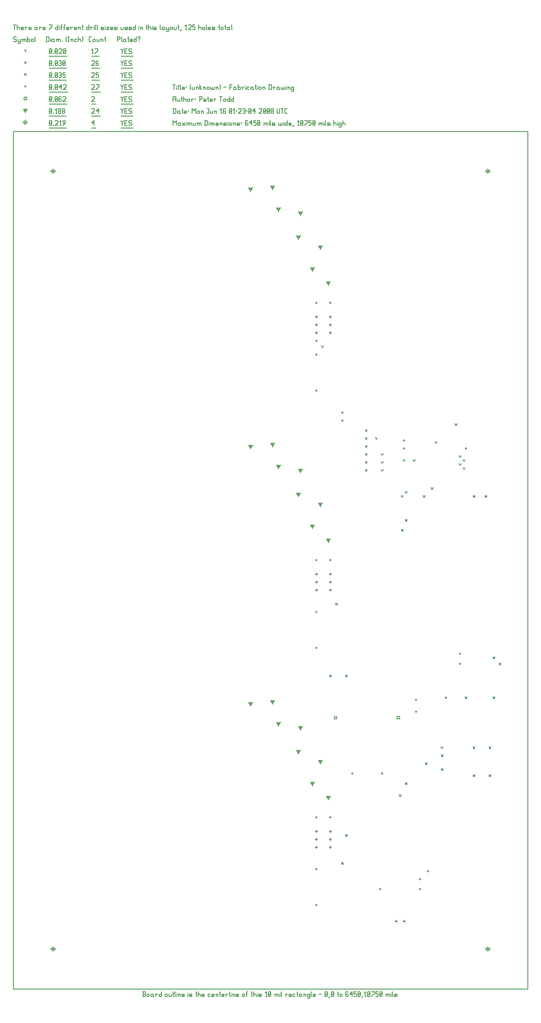
<source format=gbr>
G04 start of page 10 for group -3984 idx -3984
G04 Title: (unknown), fab *
G04 Creator: pcb-bin 20060822 *
G04 CreationDate: Mon Jun 16 01:23:04 2008 UTC *
G04 For: pete *
G04 Format: Gerber/RS-274X *
G04 PCB-Dimensions: 645000 1075000 *
G04 PCB-Coordinate-Origin: lower left *
%MOIN*%
%FSLAX24Y24*%
%LNFAB*%
%ADD11R,0.0080X0.0080*%
%ADD12C,0.0100*%
G54D11*X5000Y102820D02*Y102180D01*
X4680Y102500D02*X5320D01*
X4840Y102660D02*X5160D01*
X4840D02*Y102340D01*
X5160D01*
Y102660D02*Y102340D01*
X59500Y102820D02*Y102180D01*
X59180Y102500D02*X59820D01*
X59340Y102660D02*X59660D01*
X59340D02*Y102340D01*
X59660D01*
Y102660D02*Y102340D01*
X5000Y5320D02*Y4680D01*
X4680Y5000D02*X5320D01*
X4840Y5160D02*X5160D01*
X4840D02*Y4840D01*
X5160D01*
Y5160D02*Y4840D01*
X59500Y5320D02*Y4680D01*
X59180Y5000D02*X59820D01*
X59340Y5160D02*X59660D01*
X59340D02*Y4840D01*
X59660D01*
Y5160D02*Y4840D01*
X1500Y108945D02*Y108305D01*
X1180Y108625D02*X1820D01*
X1340Y108785D02*X1660D01*
X1340D02*Y108465D01*
X1660D01*
Y108785D02*Y108465D01*
G54D12*X13500Y108850D02*Y108775D01*
X13650Y108625D01*
X13800Y108775D01*
Y108850D02*Y108775D01*
X13650Y108625D02*Y108250D01*
X13980Y108550D02*X14205D01*
X13980Y108250D02*X14280D01*
X13980Y108850D02*Y108250D01*
Y108850D02*X14280D01*
X14760D02*X14835Y108775D01*
X14535Y108850D02*X14760D01*
X14460Y108775D02*X14535Y108850D01*
X14460Y108775D02*Y108625D01*
X14535Y108550D01*
X14760D01*
X14835Y108475D01*
Y108325D01*
X14760Y108250D02*X14835Y108325D01*
X14535Y108250D02*X14760D01*
X14460Y108325D02*X14535Y108250D01*
X13500Y107924D02*X15015D01*
X9800Y108550D02*X10100Y108850D01*
X9800Y108550D02*X10175D01*
X10100Y108850D02*Y108250D01*
X9800Y107924D02*X10355D01*
X4500Y108325D02*X4575Y108250D01*
X4500Y108775D02*Y108325D01*
Y108775D02*X4575Y108850D01*
X4725D01*
X4800Y108775D01*
Y108325D01*
X4725Y108250D02*X4800Y108325D01*
X4575Y108250D02*X4725D01*
X4500Y108400D02*X4800Y108700D01*
X4980Y108250D02*X5055D01*
X5235Y108775D02*X5310Y108850D01*
X5535D01*
X5610Y108775D01*
Y108625D01*
X5235Y108250D02*X5610Y108625D01*
X5235Y108250D02*X5610D01*
X5865D02*X6015D01*
X5940Y108850D02*Y108250D01*
X5790Y108700D02*X5940Y108850D01*
X6195Y108250D02*X6495Y108550D01*
Y108775D02*Y108550D01*
X6420Y108850D02*X6495Y108775D01*
X6270Y108850D02*X6420D01*
X6195Y108775D02*X6270Y108850D01*
X6195Y108775D02*Y108625D01*
X6270Y108550D01*
X6495D01*
X4500Y107924D02*X6675D01*
X39500Y88500D02*Y88180D01*
Y88500D02*X39777Y88660D01*
X39500Y88500D02*X39222Y88660D01*
X39340Y88500D02*G75*G03X39660Y88500I160J0D01*G01*
G75*G03X39340Y88500I-160J0D01*G01*
X37500Y90250D02*Y89930D01*
Y90250D02*X37777Y90410D01*
X37500Y90250D02*X37222Y90410D01*
X37340Y90250D02*G75*G03X37660Y90250I160J0D01*G01*
G75*G03X37340Y90250I-160J0D01*G01*
X36000Y97250D02*Y96930D01*
Y97250D02*X36277Y97410D01*
X36000Y97250D02*X35722Y97410D01*
X35840Y97250D02*G75*G03X36160Y97250I160J0D01*G01*
G75*G03X35840Y97250I-160J0D01*G01*
X38500Y93000D02*Y92680D01*
Y93000D02*X38777Y93160D01*
X38500Y93000D02*X38222Y93160D01*
X38340Y93000D02*G75*G03X38660Y93000I160J0D01*G01*
G75*G03X38340Y93000I-160J0D01*G01*
X33250Y97750D02*Y97430D01*
Y97750D02*X33527Y97910D01*
X33250Y97750D02*X32972Y97910D01*
X33090Y97750D02*G75*G03X33410Y97750I160J0D01*G01*
G75*G03X33090Y97750I-160J0D01*G01*
X32500Y100500D02*Y100180D01*
Y100500D02*X32777Y100660D01*
X32500Y100500D02*X32222Y100660D01*
X32340Y100500D02*G75*G03X32660Y100500I160J0D01*G01*
G75*G03X32340Y100500I-160J0D01*G01*
X29750Y100250D02*Y99930D01*
Y100250D02*X30027Y100410D01*
X29750Y100250D02*X29472Y100410D01*
X29590Y100250D02*G75*G03X29910Y100250I160J0D01*G01*
G75*G03X29590Y100250I-160J0D01*G01*
X35750Y94250D02*Y93930D01*
Y94250D02*X36027Y94410D01*
X35750Y94250D02*X35472Y94410D01*
X35590Y94250D02*G75*G03X35910Y94250I160J0D01*G01*
G75*G03X35590Y94250I-160J0D01*G01*
X39500Y56250D02*Y55930D01*
Y56250D02*X39777Y56410D01*
X39500Y56250D02*X39222Y56410D01*
X39340Y56250D02*G75*G03X39660Y56250I160J0D01*G01*
G75*G03X39340Y56250I-160J0D01*G01*
X37500Y58000D02*Y57680D01*
Y58000D02*X37777Y58160D01*
X37500Y58000D02*X37222Y58160D01*
X37340Y58000D02*G75*G03X37660Y58000I160J0D01*G01*
G75*G03X37340Y58000I-160J0D01*G01*
X36000Y65000D02*Y64680D01*
Y65000D02*X36277Y65160D01*
X36000Y65000D02*X35722Y65160D01*
X35840Y65000D02*G75*G03X36160Y65000I160J0D01*G01*
G75*G03X35840Y65000I-160J0D01*G01*
X38500Y60750D02*Y60430D01*
Y60750D02*X38777Y60910D01*
X38500Y60750D02*X38222Y60910D01*
X38340Y60750D02*G75*G03X38660Y60750I160J0D01*G01*
G75*G03X38340Y60750I-160J0D01*G01*
X33250Y65500D02*Y65180D01*
Y65500D02*X33527Y65660D01*
X33250Y65500D02*X32972Y65660D01*
X33090Y65500D02*G75*G03X33410Y65500I160J0D01*G01*
G75*G03X33090Y65500I-160J0D01*G01*
X32500Y68250D02*Y67930D01*
Y68250D02*X32777Y68410D01*
X32500Y68250D02*X32222Y68410D01*
X32340Y68250D02*G75*G03X32660Y68250I160J0D01*G01*
G75*G03X32340Y68250I-160J0D01*G01*
X29750Y68000D02*Y67680D01*
Y68000D02*X30027Y68160D01*
X29750Y68000D02*X29472Y68160D01*
X29590Y68000D02*G75*G03X29910Y68000I160J0D01*G01*
G75*G03X29590Y68000I-160J0D01*G01*
X35750Y62000D02*Y61680D01*
Y62000D02*X36027Y62160D01*
X35750Y62000D02*X35472Y62160D01*
X35590Y62000D02*G75*G03X35910Y62000I160J0D01*G01*
G75*G03X35590Y62000I-160J0D01*G01*
X39500Y24000D02*Y23680D01*
Y24000D02*X39777Y24160D01*
X39500Y24000D02*X39222Y24160D01*
X39340Y24000D02*G75*G03X39660Y24000I160J0D01*G01*
G75*G03X39340Y24000I-160J0D01*G01*
X37500Y25750D02*Y25430D01*
Y25750D02*X37777Y25910D01*
X37500Y25750D02*X37222Y25910D01*
X37340Y25750D02*G75*G03X37660Y25750I160J0D01*G01*
G75*G03X37340Y25750I-160J0D01*G01*
X36000Y32750D02*Y32430D01*
Y32750D02*X36277Y32910D01*
X36000Y32750D02*X35722Y32910D01*
X35840Y32750D02*G75*G03X36160Y32750I160J0D01*G01*
G75*G03X35840Y32750I-160J0D01*G01*
X38500Y28500D02*Y28180D01*
Y28500D02*X38777Y28660D01*
X38500Y28500D02*X38222Y28660D01*
X38340Y28500D02*G75*G03X38660Y28500I160J0D01*G01*
G75*G03X38340Y28500I-160J0D01*G01*
X33250Y33250D02*Y32930D01*
Y33250D02*X33527Y33410D01*
X33250Y33250D02*X32972Y33410D01*
X33090Y33250D02*G75*G03X33410Y33250I160J0D01*G01*
G75*G03X33090Y33250I-160J0D01*G01*
X32500Y36000D02*Y35680D01*
Y36000D02*X32777Y36160D01*
X32500Y36000D02*X32222Y36160D01*
X32340Y36000D02*G75*G03X32660Y36000I160J0D01*G01*
G75*G03X32340Y36000I-160J0D01*G01*
X29750Y35750D02*Y35430D01*
Y35750D02*X30027Y35910D01*
X29750Y35750D02*X29472Y35910D01*
X29590Y35750D02*G75*G03X29910Y35750I160J0D01*G01*
G75*G03X29590Y35750I-160J0D01*G01*
X35750Y29750D02*Y29430D01*
Y29750D02*X36027Y29910D01*
X35750Y29750D02*X35472Y29910D01*
X35590Y29750D02*G75*G03X35910Y29750I160J0D01*G01*
G75*G03X35590Y29750I-160J0D01*G01*
X1500Y110125D02*Y109805D01*
Y110125D02*X1777Y110285D01*
X1500Y110125D02*X1222Y110285D01*
X1340Y110125D02*G75*G03X1660Y110125I160J0D01*G01*
G75*G03X1340Y110125I-160J0D01*G01*
X13500Y110350D02*Y110275D01*
X13650Y110125D01*
X13800Y110275D01*
Y110350D02*Y110275D01*
X13650Y110125D02*Y109750D01*
X13980Y110050D02*X14205D01*
X13980Y109750D02*X14280D01*
X13980Y110350D02*Y109750D01*
Y110350D02*X14280D01*
X14760D02*X14835Y110275D01*
X14535Y110350D02*X14760D01*
X14460Y110275D02*X14535Y110350D01*
X14460Y110275D02*Y110125D01*
X14535Y110050D01*
X14760D01*
X14835Y109975D01*
Y109825D01*
X14760Y109750D02*X14835Y109825D01*
X14535Y109750D02*X14760D01*
X14460Y109825D02*X14535Y109750D01*
X13500Y109424D02*X15015D01*
X9800Y110275D02*X9875Y110350D01*
X10100D01*
X10175Y110275D01*
Y110125D01*
X9800Y109750D02*X10175Y110125D01*
X9800Y109750D02*X10175D01*
X10355Y110050D02*X10655Y110350D01*
X10355Y110050D02*X10730D01*
X10655Y110350D02*Y109750D01*
X9800Y109424D02*X10910D01*
X4500Y109825D02*X4575Y109750D01*
X4500Y110275D02*Y109825D01*
Y110275D02*X4575Y110350D01*
X4725D01*
X4800Y110275D01*
Y109825D01*
X4725Y109750D02*X4800Y109825D01*
X4575Y109750D02*X4725D01*
X4500Y109900D02*X4800Y110200D01*
X4980Y109750D02*X5055D01*
X5310D02*X5460D01*
X5385Y110350D02*Y109750D01*
X5235Y110200D02*X5385Y110350D01*
X5640Y109825D02*X5715Y109750D01*
X5640Y109975D02*Y109825D01*
Y109975D02*X5715Y110050D01*
X5865D01*
X5940Y109975D01*
Y109825D01*
X5865Y109750D02*X5940Y109825D01*
X5715Y109750D02*X5865D01*
X5640Y110125D02*X5715Y110050D01*
X5640Y110275D02*Y110125D01*
Y110275D02*X5715Y110350D01*
X5865D01*
X5940Y110275D01*
Y110125D01*
X5865Y110050D02*X5940Y110125D01*
X6120Y109825D02*X6195Y109750D01*
X6120Y109975D02*Y109825D01*
Y109975D02*X6195Y110050D01*
X6345D01*
X6420Y109975D01*
Y109825D01*
X6345Y109750D02*X6420Y109825D01*
X6195Y109750D02*X6345D01*
X6120Y110125D02*X6195Y110050D01*
X6120Y110275D02*Y110125D01*
Y110275D02*X6195Y110350D01*
X6345D01*
X6420Y110275D01*
Y110125D01*
X6345Y110050D02*X6420Y110125D01*
X4500Y109424D02*X6600D01*
X40227Y34160D02*X40547D01*
X40227D02*Y33840D01*
X40547D01*
Y34160D02*Y33840D01*
X48101Y34160D02*X48421D01*
X48101D02*Y33840D01*
X48421D01*
Y34160D02*Y33840D01*
X1340Y111785D02*X1660D01*
X1340D02*Y111465D01*
X1660D01*
Y111785D02*Y111465D01*
X13500Y111850D02*Y111775D01*
X13650Y111625D01*
X13800Y111775D01*
Y111850D02*Y111775D01*
X13650Y111625D02*Y111250D01*
X13980Y111550D02*X14205D01*
X13980Y111250D02*X14280D01*
X13980Y111850D02*Y111250D01*
Y111850D02*X14280D01*
X14760D02*X14835Y111775D01*
X14535Y111850D02*X14760D01*
X14460Y111775D02*X14535Y111850D01*
X14460Y111775D02*Y111625D01*
X14535Y111550D01*
X14760D01*
X14835Y111475D01*
Y111325D01*
X14760Y111250D02*X14835Y111325D01*
X14535Y111250D02*X14760D01*
X14460Y111325D02*X14535Y111250D01*
X13500Y110924D02*X15015D01*
X9800Y111775D02*X9875Y111850D01*
X10100D01*
X10175Y111775D01*
Y111625D01*
X9800Y111250D02*X10175Y111625D01*
X9800Y111250D02*X10175D01*
X9800Y110924D02*X10355D01*
X4500Y111325D02*X4575Y111250D01*
X4500Y111775D02*Y111325D01*
Y111775D02*X4575Y111850D01*
X4725D01*
X4800Y111775D01*
Y111325D01*
X4725Y111250D02*X4800Y111325D01*
X4575Y111250D02*X4725D01*
X4500Y111400D02*X4800Y111700D01*
X4980Y111250D02*X5055D01*
X5235Y111325D02*X5310Y111250D01*
X5235Y111775D02*Y111325D01*
Y111775D02*X5310Y111850D01*
X5460D01*
X5535Y111775D01*
Y111325D01*
X5460Y111250D02*X5535Y111325D01*
X5310Y111250D02*X5460D01*
X5235Y111400D02*X5535Y111700D01*
X5940Y111850D02*X6015Y111775D01*
X5790Y111850D02*X5940D01*
X5715Y111775D02*X5790Y111850D01*
X5715Y111775D02*Y111325D01*
X5790Y111250D01*
X5940Y111550D02*X6015Y111475D01*
X5715Y111550D02*X5940D01*
X5790Y111250D02*X5940D01*
X6015Y111325D01*
Y111475D02*Y111325D01*
X6195Y111775D02*X6270Y111850D01*
X6495D01*
X6570Y111775D01*
Y111625D01*
X6195Y111250D02*X6570Y111625D01*
X6195Y111250D02*X6570D01*
X4500Y110924D02*X6750D01*
X55920Y40750D02*G75*G03X56080Y40750I80J0D01*G01*
G75*G03X55920Y40750I-80J0D01*G01*
Y42000D02*G75*G03X56080Y42000I80J0D01*G01*
G75*G03X55920Y42000I-80J0D01*G01*
X50420Y34750D02*G75*G03X50580Y34750I80J0D01*G01*
G75*G03X50420Y34750I-80J0D01*G01*
X37920Y53750D02*G75*G03X38080Y53750I80J0D01*G01*
G75*G03X37920Y53750I-80J0D01*G01*
X56670Y67750D02*G75*G03X56830Y67750I80J0D01*G01*
G75*G03X56670Y67750I-80J0D01*G01*
X48920Y68750D02*G75*G03X49080Y68750I80J0D01*G01*
G75*G03X48920Y68750I-80J0D01*G01*
X37920Y47250D02*G75*G03X38080Y47250I80J0D01*G01*
G75*G03X37920Y47250I-80J0D01*G01*
Y42750D02*G75*G03X38080Y42750I80J0D01*G01*
G75*G03X37920Y42750I-80J0D01*G01*
X51920Y14750D02*G75*G03X52080Y14750I80J0D01*G01*
G75*G03X51920Y14750I-80J0D01*G01*
X42420Y27000D02*G75*G03X42580Y27000I80J0D01*G01*
G75*G03X42420Y27000I-80J0D01*G01*
X39670Y21500D02*G75*G03X39830Y21500I80J0D01*G01*
G75*G03X39670Y21500I-80J0D01*G01*
X48920Y67750D02*G75*G03X49080Y67750I80J0D01*G01*
G75*G03X48920Y67750I-80J0D01*G01*
X54170Y36500D02*G75*G03X54330Y36500I80J0D01*G01*
G75*G03X54170Y36500I-80J0D01*G01*
X37920Y21500D02*G75*G03X38080Y21500I80J0D01*G01*
G75*G03X37920Y21500I-80J0D01*G01*
X39670Y53750D02*G75*G03X39830Y53750I80J0D01*G01*
G75*G03X39670Y53750I-80J0D01*G01*
X37920Y79500D02*G75*G03X38080Y79500I80J0D01*G01*
G75*G03X37920Y79500I-80J0D01*G01*
Y75000D02*G75*G03X38080Y75000I80J0D01*G01*
G75*G03X37920Y75000I-80J0D01*G01*
X50420Y36250D02*G75*G03X50580Y36250I80J0D01*G01*
G75*G03X50420Y36250I-80J0D01*G01*
X37920Y15000D02*G75*G03X38080Y15000I80J0D01*G01*
G75*G03X37920Y15000I-80J0D01*G01*
Y10500D02*G75*G03X38080Y10500I80J0D01*G01*
G75*G03X37920Y10500I-80J0D01*G01*
X46170Y27000D02*G75*G03X46330Y27000I80J0D01*G01*
G75*G03X46170Y27000I-80J0D01*G01*
X39670Y86000D02*G75*G03X39830Y86000I80J0D01*G01*
G75*G03X39670Y86000I-80J0D01*G01*
X50920Y13750D02*G75*G03X51080Y13750I80J0D01*G01*
G75*G03X50920Y13750I-80J0D01*G01*
X37920Y86000D02*G75*G03X38080Y86000I80J0D01*G01*
G75*G03X37920Y86000I-80J0D01*G01*
X48920Y66250D02*G75*G03X49080Y66250I80J0D01*G01*
G75*G03X48920Y66250I-80J0D01*G01*
X45920Y12500D02*G75*G03X46080Y12500I80J0D01*G01*
G75*G03X45920Y12500I-80J0D01*G01*
X50920D02*G75*G03X51080Y12500I80J0D01*G01*
G75*G03X50920Y12500I-80J0D01*G01*
X1420Y113125D02*G75*G03X1580Y113125I80J0D01*G01*
G75*G03X1420Y113125I-80J0D01*G01*
X13500Y113350D02*Y113275D01*
X13650Y113125D01*
X13800Y113275D01*
Y113350D02*Y113275D01*
X13650Y113125D02*Y112750D01*
X13980Y113050D02*X14205D01*
X13980Y112750D02*X14280D01*
X13980Y113350D02*Y112750D01*
Y113350D02*X14280D01*
X14760D02*X14835Y113275D01*
X14535Y113350D02*X14760D01*
X14460Y113275D02*X14535Y113350D01*
X14460Y113275D02*Y113125D01*
X14535Y113050D01*
X14760D01*
X14835Y112975D01*
Y112825D01*
X14760Y112750D02*X14835Y112825D01*
X14535Y112750D02*X14760D01*
X14460Y112825D02*X14535Y112750D01*
X13500Y112424D02*X15015D01*
X9800Y113275D02*X9875Y113350D01*
X10100D01*
X10175Y113275D01*
Y113125D01*
X9800Y112750D02*X10175Y113125D01*
X9800Y112750D02*X10175D01*
X10355D02*X10730Y113125D01*
Y113350D02*Y113125D01*
X10355Y113350D02*X10730D01*
X9800Y112424D02*X10910D01*
X4500Y112825D02*X4575Y112750D01*
X4500Y113275D02*Y112825D01*
Y113275D02*X4575Y113350D01*
X4725D01*
X4800Y113275D01*
Y112825D01*
X4725Y112750D02*X4800Y112825D01*
X4575Y112750D02*X4725D01*
X4500Y112900D02*X4800Y113200D01*
X4980Y112750D02*X5055D01*
X5235Y112825D02*X5310Y112750D01*
X5235Y113275D02*Y112825D01*
Y113275D02*X5310Y113350D01*
X5460D01*
X5535Y113275D01*
Y112825D01*
X5460Y112750D02*X5535Y112825D01*
X5310Y112750D02*X5460D01*
X5235Y112900D02*X5535Y113200D01*
X5715Y113050D02*X6015Y113350D01*
X5715Y113050D02*X6090D01*
X6015Y113350D02*Y112750D01*
X6270Y113275D02*X6345Y113350D01*
X6570D01*
X6645Y113275D01*
Y113125D01*
X6270Y112750D02*X6645Y113125D01*
X6270Y112750D02*X6645D01*
X4500Y112424D02*X6825D01*
X57630Y61870D02*X57870Y61630D01*
X57630D02*X57870Y61870D01*
X59130D02*X59370Y61630D01*
X59130D02*X59370Y61870D01*
X59630Y30370D02*X59870Y30130D01*
X59630D02*X59870Y30370D01*
X57630D02*X57870Y30130D01*
X57630D02*X57870Y30370D01*
X53630Y27620D02*X53870Y27380D01*
X53630D02*X53870Y27620D01*
X53630Y29370D02*X53870Y29130D01*
X53630D02*X53870Y29370D01*
X49130Y25870D02*X49370Y25630D01*
X49130D02*X49370Y25870D01*
X41630Y19370D02*X41870Y19130D01*
X41630D02*X41870Y19370D01*
X48380Y24370D02*X48620Y24130D01*
X48380D02*X48620Y24370D01*
X41130Y15870D02*X41370Y15630D01*
X41130D02*X41370Y15870D01*
X57630Y26870D02*X57870Y26630D01*
X57630D02*X57870Y26870D01*
X59630D02*X59870Y26630D01*
X59630D02*X59870Y26870D01*
X51630Y28370D02*X51870Y28130D01*
X51630D02*X51870Y28370D01*
X55380Y70870D02*X55620Y70630D01*
X55380D02*X55620Y70870D01*
X60130Y41620D02*X60370Y41380D01*
X60130D02*X60370Y41620D01*
X60880Y40870D02*X61120Y40630D01*
X60880D02*X61120Y40870D01*
X56630Y36620D02*X56870Y36380D01*
X56630D02*X56870Y36620D01*
X60130D02*X60370Y36380D01*
X60130D02*X60370Y36620D01*
X40380Y48370D02*X40620Y48130D01*
X40380D02*X40620Y48370D01*
X39630Y39370D02*X39870Y39130D01*
X39630D02*X39870Y39370D01*
X41630D02*X41870Y39130D01*
X41630D02*X41870Y39370D01*
X51380Y61870D02*X51620Y61630D01*
X51380D02*X51620Y61870D01*
X52380Y62870D02*X52620Y62630D01*
X52380D02*X52620Y62870D01*
X48630Y57620D02*X48870Y57380D01*
X48630D02*X48870Y57620D01*
X49130Y58870D02*X49370Y58630D01*
X49130D02*X49370Y58870D01*
X1380Y114745D02*X1620Y114505D01*
X1380D02*X1620Y114745D01*
X13500Y114850D02*Y114775D01*
X13650Y114625D01*
X13800Y114775D01*
Y114850D02*Y114775D01*
X13650Y114625D02*Y114250D01*
X13980Y114550D02*X14205D01*
X13980Y114250D02*X14280D01*
X13980Y114850D02*Y114250D01*
Y114850D02*X14280D01*
X14760D02*X14835Y114775D01*
X14535Y114850D02*X14760D01*
X14460Y114775D02*X14535Y114850D01*
X14460Y114775D02*Y114625D01*
X14535Y114550D01*
X14760D01*
X14835Y114475D01*
Y114325D01*
X14760Y114250D02*X14835Y114325D01*
X14535Y114250D02*X14760D01*
X14460Y114325D02*X14535Y114250D01*
X13500Y113924D02*X15015D01*
X9800Y114775D02*X9875Y114850D01*
X10100D01*
X10175Y114775D01*
Y114625D01*
X9800Y114250D02*X10175Y114625D01*
X9800Y114250D02*X10175D01*
X10355Y114850D02*X10655D01*
X10355D02*Y114550D01*
X10430Y114625D01*
X10580D01*
X10655Y114550D01*
Y114325D01*
X10580Y114250D02*X10655Y114325D01*
X10430Y114250D02*X10580D01*
X10355Y114325D02*X10430Y114250D01*
X9800Y113924D02*X10835D01*
X4500Y114325D02*X4575Y114250D01*
X4500Y114775D02*Y114325D01*
Y114775D02*X4575Y114850D01*
X4725D01*
X4800Y114775D01*
Y114325D01*
X4725Y114250D02*X4800Y114325D01*
X4575Y114250D02*X4725D01*
X4500Y114400D02*X4800Y114700D01*
X4980Y114250D02*X5055D01*
X5235Y114325D02*X5310Y114250D01*
X5235Y114775D02*Y114325D01*
Y114775D02*X5310Y114850D01*
X5460D01*
X5535Y114775D01*
Y114325D01*
X5460Y114250D02*X5535Y114325D01*
X5310Y114250D02*X5460D01*
X5235Y114400D02*X5535Y114700D01*
X5715Y114775D02*X5790Y114850D01*
X5940D01*
X6015Y114775D01*
Y114325D01*
X5940Y114250D02*X6015Y114325D01*
X5790Y114250D02*X5940D01*
X5715Y114325D02*X5790Y114250D01*
Y114550D02*X6015D01*
X6195Y114850D02*X6495D01*
X6195D02*Y114550D01*
X6270Y114625D01*
X6420D01*
X6495Y114550D01*
Y114325D01*
X6420Y114250D02*X6495Y114325D01*
X6270Y114250D02*X6420D01*
X6195Y114325D02*X6270Y114250D01*
X4500Y113924D02*X6675D01*
X38000Y84410D02*Y84090D01*
X37840Y84250D02*X38160D01*
X38000Y83410D02*Y83090D01*
X37840Y83250D02*X38160D01*
X38000Y82410D02*Y82090D01*
X37840Y82250D02*X38160D01*
X39750Y84410D02*Y84090D01*
X39590Y84250D02*X39910D01*
X39750Y83410D02*Y83090D01*
X39590Y83250D02*X39910D01*
X39750Y82410D02*Y82090D01*
X39590Y82250D02*X39910D01*
X38000Y19910D02*Y19590D01*
X37840Y19750D02*X38160D01*
X38000Y18910D02*Y18590D01*
X37840Y18750D02*X38160D01*
X38000Y17910D02*Y17590D01*
X37840Y17750D02*X38160D01*
X39750Y52160D02*Y51840D01*
X39590Y52000D02*X39910D01*
X39750Y51160D02*Y50840D01*
X39590Y51000D02*X39910D01*
X39750Y50160D02*Y49840D01*
X39590Y50000D02*X39910D01*
X38000Y52160D02*Y51840D01*
X37840Y52000D02*X38160D01*
X38000Y51160D02*Y50840D01*
X37840Y51000D02*X38160D01*
X38000Y50160D02*Y49840D01*
X37840Y50000D02*X38160D01*
X39750Y19910D02*Y19590D01*
X39590Y19750D02*X39910D01*
X39750Y18910D02*Y18590D01*
X39590Y18750D02*X39910D01*
X39750Y17910D02*Y17590D01*
X39590Y17750D02*X39910D01*
X48000Y8660D02*Y8340D01*
X47840Y8500D02*X48160D01*
X49000Y8660D02*Y8340D01*
X48840Y8500D02*X49160D01*
X44250Y70160D02*Y69840D01*
X44090Y70000D02*X44410D01*
X44250Y69160D02*Y68840D01*
X44090Y69000D02*X44410D01*
X44250Y68160D02*Y67840D01*
X44090Y68000D02*X44410D01*
X44250Y67160D02*Y66840D01*
X44090Y67000D02*X44410D01*
X44250Y66160D02*Y65840D01*
X44090Y66000D02*X44410D01*
X44250Y65160D02*Y64840D01*
X44090Y65000D02*X44410D01*
X1500Y116285D02*Y115965D01*
X1340Y116125D02*X1660D01*
X13500Y116350D02*Y116275D01*
X13650Y116125D01*
X13800Y116275D01*
Y116350D02*Y116275D01*
X13650Y116125D02*Y115750D01*
X13980Y116050D02*X14205D01*
X13980Y115750D02*X14280D01*
X13980Y116350D02*Y115750D01*
Y116350D02*X14280D01*
X14760D02*X14835Y116275D01*
X14535Y116350D02*X14760D01*
X14460Y116275D02*X14535Y116350D01*
X14460Y116275D02*Y116125D01*
X14535Y116050D01*
X14760D01*
X14835Y115975D01*
Y115825D01*
X14760Y115750D02*X14835Y115825D01*
X14535Y115750D02*X14760D01*
X14460Y115825D02*X14535Y115750D01*
X13500Y115424D02*X15015D01*
X9800Y116275D02*X9875Y116350D01*
X10100D01*
X10175Y116275D01*
Y116125D01*
X9800Y115750D02*X10175Y116125D01*
X9800Y115750D02*X10175D01*
X10580Y116350D02*X10655Y116275D01*
X10430Y116350D02*X10580D01*
X10355Y116275D02*X10430Y116350D01*
X10355Y116275D02*Y115825D01*
X10430Y115750D01*
X10580Y116050D02*X10655Y115975D01*
X10355Y116050D02*X10580D01*
X10430Y115750D02*X10580D01*
X10655Y115825D01*
Y115975D02*Y115825D01*
X9800Y115424D02*X10835D01*
X4500Y115825D02*X4575Y115750D01*
X4500Y116275D02*Y115825D01*
Y116275D02*X4575Y116350D01*
X4725D01*
X4800Y116275D01*
Y115825D01*
X4725Y115750D02*X4800Y115825D01*
X4575Y115750D02*X4725D01*
X4500Y115900D02*X4800Y116200D01*
X4980Y115750D02*X5055D01*
X5235Y115825D02*X5310Y115750D01*
X5235Y116275D02*Y115825D01*
Y116275D02*X5310Y116350D01*
X5460D01*
X5535Y116275D01*
Y115825D01*
X5460Y115750D02*X5535Y115825D01*
X5310Y115750D02*X5460D01*
X5235Y115900D02*X5535Y116200D01*
X5715Y116275D02*X5790Y116350D01*
X5940D01*
X6015Y116275D01*
Y115825D01*
X5940Y115750D02*X6015Y115825D01*
X5790Y115750D02*X5940D01*
X5715Y115825D02*X5790Y115750D01*
Y116050D02*X6015D01*
X6195Y115825D02*X6270Y115750D01*
X6195Y116275D02*Y115825D01*
Y116275D02*X6270Y116350D01*
X6420D01*
X6495Y116275D01*
Y115825D01*
X6420Y115750D02*X6495Y115825D01*
X6270Y115750D02*X6420D01*
X6195Y115900D02*X6495Y116200D01*
X4500Y115424D02*X6675D01*
X38000Y81250D02*Y81090D01*
Y81250D02*X38138Y81330D01*
X38000Y81250D02*X37861Y81330D01*
X56000Y65750D02*Y65590D01*
Y65750D02*X56138Y65830D01*
X56000Y65750D02*X55861Y65830D01*
X46250Y65000D02*Y64840D01*
Y65000D02*X46388Y65080D01*
X46250Y65000D02*X46111Y65080D01*
X56500Y65250D02*Y65090D01*
Y65250D02*X56638Y65330D01*
X56500Y65250D02*X56361Y65330D01*
X45500Y69000D02*Y68840D01*
Y69000D02*X45638Y69080D01*
X45500Y69000D02*X45361Y69080D01*
X53000Y68500D02*Y68340D01*
Y68500D02*X53138Y68580D01*
X53000Y68500D02*X52861Y68580D01*
X56000Y66750D02*Y66590D01*
Y66750D02*X56138Y66830D01*
X56000Y66750D02*X55861Y66830D01*
X56500Y66250D02*Y66090D01*
Y66250D02*X56638Y66330D01*
X56500Y66250D02*X56361Y66330D01*
X46250Y67000D02*Y66840D01*
Y67000D02*X46388Y67080D01*
X46250Y67000D02*X46111Y67080D01*
X46250Y66000D02*Y65840D01*
Y66000D02*X46388Y66080D01*
X46250Y66000D02*X46111Y66080D01*
X50250Y66250D02*Y66090D01*
Y66250D02*X50388Y66330D01*
X50250Y66250D02*X50111Y66330D01*
X49250Y62250D02*Y62090D01*
Y62250D02*X49388Y62330D01*
X49250Y62250D02*X49111Y62330D01*
X48750Y61750D02*Y61590D01*
Y61750D02*X48888Y61830D01*
X48750Y61750D02*X48611Y61830D01*
X41250Y71250D02*Y71090D01*
Y71250D02*X41388Y71330D01*
X41250Y71250D02*X41111Y71330D01*
X41250Y72250D02*Y72090D01*
Y72250D02*X41388Y72330D01*
X41250Y72250D02*X41111Y72330D01*
X38750Y80500D02*Y80340D01*
Y80500D02*X38888Y80580D01*
X38750Y80500D02*X38611Y80580D01*
X53750Y30250D02*Y30090D01*
Y30250D02*X53888Y30330D01*
X53750Y30250D02*X53611Y30330D01*
X1500Y117625D02*Y117465D01*
Y117625D02*X1638Y117705D01*
X1500Y117625D02*X1361Y117705D01*
X13500Y117850D02*Y117775D01*
X13650Y117625D01*
X13800Y117775D01*
Y117850D02*Y117775D01*
X13650Y117625D02*Y117250D01*
X13980Y117550D02*X14205D01*
X13980Y117250D02*X14280D01*
X13980Y117850D02*Y117250D01*
Y117850D02*X14280D01*
X14760D02*X14835Y117775D01*
X14535Y117850D02*X14760D01*
X14460Y117775D02*X14535Y117850D01*
X14460Y117775D02*Y117625D01*
X14535Y117550D01*
X14760D01*
X14835Y117475D01*
Y117325D01*
X14760Y117250D02*X14835Y117325D01*
X14535Y117250D02*X14760D01*
X14460Y117325D02*X14535Y117250D01*
X13500Y116924D02*X15015D01*
X9875Y117250D02*X10025D01*
X9950Y117850D02*Y117250D01*
X9800Y117700D02*X9950Y117850D01*
X10205Y117250D02*X10580Y117625D01*
Y117850D02*Y117625D01*
X10205Y117850D02*X10580D01*
X9800Y116924D02*X10760D01*
X4500Y117325D02*X4575Y117250D01*
X4500Y117775D02*Y117325D01*
Y117775D02*X4575Y117850D01*
X4725D01*
X4800Y117775D01*
Y117325D01*
X4725Y117250D02*X4800Y117325D01*
X4575Y117250D02*X4725D01*
X4500Y117400D02*X4800Y117700D01*
X4980Y117250D02*X5055D01*
X5235Y117325D02*X5310Y117250D01*
X5235Y117775D02*Y117325D01*
Y117775D02*X5310Y117850D01*
X5460D01*
X5535Y117775D01*
Y117325D01*
X5460Y117250D02*X5535Y117325D01*
X5310Y117250D02*X5460D01*
X5235Y117400D02*X5535Y117700D01*
X5715Y117775D02*X5790Y117850D01*
X6015D01*
X6090Y117775D01*
Y117625D01*
X5715Y117250D02*X6090Y117625D01*
X5715Y117250D02*X6090D01*
X6270Y117325D02*X6345Y117250D01*
X6270Y117775D02*Y117325D01*
Y117775D02*X6345Y117850D01*
X6495D01*
X6570Y117775D01*
Y117325D01*
X6495Y117250D02*X6570Y117325D01*
X6345Y117250D02*X6495D01*
X6270Y117400D02*X6570Y117700D01*
X4500Y116924D02*X6750D01*
X300Y119350D02*X375Y119275D01*
X75Y119350D02*X300D01*
X0Y119275D02*X75Y119350D01*
X0Y119275D02*Y119125D01*
X75Y119050D01*
X300D01*
X375Y118975D01*
Y118825D01*
X300Y118750D02*X375Y118825D01*
X75Y118750D02*X300D01*
X0Y118825D02*X75Y118750D01*
X555Y119050D02*Y118825D01*
X630Y118750D01*
X855Y119050D02*Y118600D01*
X780Y118525D02*X855Y118600D01*
X630Y118525D02*X780D01*
X555Y118600D02*X630Y118525D01*
Y118750D02*X780D01*
X855Y118825D01*
X1110Y118975D02*Y118750D01*
Y118975D02*X1185Y119050D01*
X1260D01*
X1335Y118975D01*
Y118750D01*
Y118975D02*X1410Y119050D01*
X1485D01*
X1560Y118975D01*
Y118750D01*
X1035Y119050D02*X1110Y118975D01*
X1740Y119350D02*Y118750D01*
Y118825D02*X1815Y118750D01*
X1965D01*
X2040Y118825D01*
Y118975D02*Y118825D01*
X1965Y119050D02*X2040Y118975D01*
X1815Y119050D02*X1965D01*
X1740Y118975D02*X1815Y119050D01*
X2220Y118975D02*Y118825D01*
Y118975D02*X2295Y119050D01*
X2445D01*
X2520Y118975D01*
Y118825D01*
X2445Y118750D02*X2520Y118825D01*
X2295Y118750D02*X2445D01*
X2220Y118825D02*X2295Y118750D01*
X2700Y119350D02*Y118825D01*
X2775Y118750D01*
X4175Y119350D02*Y118750D01*
X4400Y119350D02*X4475Y119275D01*
Y118825D01*
X4400Y118750D02*X4475Y118825D01*
X4100Y118750D02*X4400D01*
X4100Y119350D02*X4400D01*
X4655Y119200D02*Y119125D01*
Y118975D02*Y118750D01*
X5030Y119050D02*X5105Y118975D01*
X4880Y119050D02*X5030D01*
X4805Y118975D02*X4880Y119050D01*
X4805Y118975D02*Y118825D01*
X4880Y118750D01*
X5105Y119050D02*Y118825D01*
X5180Y118750D01*
X4880D02*X5030D01*
X5105Y118825D01*
X5435Y118975D02*Y118750D01*
Y118975D02*X5510Y119050D01*
X5585D01*
X5660Y118975D01*
Y118750D01*
Y118975D02*X5735Y119050D01*
X5810D01*
X5885Y118975D01*
Y118750D01*
X5360Y119050D02*X5435Y118975D01*
X6065Y118750D02*X6140D01*
X6590Y118825D02*X6665Y118750D01*
X6590Y119275D02*X6665Y119350D01*
X6590Y119275D02*Y118825D01*
X6845Y119350D02*X6995D01*
X6920D02*Y118750D01*
X6845D02*X6995D01*
X7251Y118975D02*Y118750D01*
Y118975D02*X7326Y119050D01*
X7401D01*
X7476Y118975D01*
Y118750D01*
X7176Y119050D02*X7251Y118975D01*
X7731Y119050D02*X7956D01*
X7656Y118975D02*X7731Y119050D01*
X7656Y118975D02*Y118825D01*
X7731Y118750D01*
X7956D01*
X8136Y119350D02*Y118750D01*
Y118975D02*X8211Y119050D01*
X8361D01*
X8436Y118975D01*
Y118750D01*
X8616Y119350D02*X8691Y119275D01*
Y118825D01*
X8616Y118750D02*X8691Y118825D01*
X9575Y118750D02*X9800D01*
X9500Y118825D02*X9575Y118750D01*
X9500Y119275D02*Y118825D01*
Y119275D02*X9575Y119350D01*
X9800D01*
X9980Y118975D02*Y118825D01*
Y118975D02*X10055Y119050D01*
X10205D01*
X10280Y118975D01*
Y118825D01*
X10205Y118750D02*X10280Y118825D01*
X10055Y118750D02*X10205D01*
X9980Y118825D02*X10055Y118750D01*
X10460Y119050D02*Y118825D01*
X10535Y118750D01*
X10685D01*
X10760Y118825D01*
Y119050D02*Y118825D01*
X11015Y118975D02*Y118750D01*
Y118975D02*X11090Y119050D01*
X11165D01*
X11240Y118975D01*
Y118750D01*
X10940Y119050D02*X11015Y118975D01*
X11495Y119350D02*Y118825D01*
X11570Y118750D01*
X11420Y119125D02*X11570D01*
X13075Y119350D02*Y118750D01*
X13000Y119350D02*X13300D01*
X13375Y119275D01*
Y119125D01*
X13300Y119050D02*X13375Y119125D01*
X13075Y119050D02*X13300D01*
X13555Y119350D02*Y118825D01*
X13630Y118750D01*
X14005Y119050D02*X14080Y118975D01*
X13855Y119050D02*X14005D01*
X13780Y118975D02*X13855Y119050D01*
X13780Y118975D02*Y118825D01*
X13855Y118750D01*
X14080Y119050D02*Y118825D01*
X14155Y118750D01*
X13855D02*X14005D01*
X14080Y118825D01*
X14410Y119350D02*Y118825D01*
X14485Y118750D01*
X14335Y119125D02*X14485D01*
X14710Y118750D02*X14935D01*
X14635Y118825D02*X14710Y118750D01*
X14635Y118975D02*Y118825D01*
Y118975D02*X14710Y119050D01*
X14860D01*
X14935Y118975D01*
X14635Y118900D02*X14935D01*
Y118975D02*Y118900D01*
X15415Y119350D02*Y118750D01*
X15340D02*X15415Y118825D01*
X15190Y118750D02*X15340D01*
X15115Y118825D02*X15190Y118750D01*
X15115Y118975D02*Y118825D01*
Y118975D02*X15190Y119050D01*
X15340D01*
X15415Y118975D01*
X15745Y119050D02*Y118975D01*
Y118825D02*Y118750D01*
X15595Y119275D02*Y119200D01*
Y119275D02*X15670Y119350D01*
X15820D01*
X15895Y119275D01*
Y119200D01*
X15745Y119050D02*X15895Y119200D01*
X0Y120850D02*X300D01*
X150D02*Y120250D01*
X480Y120850D02*Y120250D01*
Y120475D02*X555Y120550D01*
X705D01*
X780Y120475D01*
Y120250D01*
X1035D02*X1260D01*
X960Y120325D02*X1035Y120250D01*
X960Y120475D02*Y120325D01*
Y120475D02*X1035Y120550D01*
X1185D01*
X1260Y120475D01*
X960Y120400D02*X1260D01*
Y120475D02*Y120400D01*
X1515Y120475D02*Y120250D01*
Y120475D02*X1590Y120550D01*
X1740D01*
X1440D02*X1515Y120475D01*
X1995Y120250D02*X2220D01*
X1920Y120325D02*X1995Y120250D01*
X1920Y120475D02*Y120325D01*
Y120475D02*X1995Y120550D01*
X2145D01*
X2220Y120475D01*
X1920Y120400D02*X2220D01*
Y120475D02*Y120400D01*
X2895Y120550D02*X2970Y120475D01*
X2745Y120550D02*X2895D01*
X2670Y120475D02*X2745Y120550D01*
X2670Y120475D02*Y120325D01*
X2745Y120250D01*
X2970Y120550D02*Y120325D01*
X3045Y120250D01*
X2745D02*X2895D01*
X2970Y120325D01*
X3300Y120475D02*Y120250D01*
Y120475D02*X3375Y120550D01*
X3525D01*
X3225D02*X3300Y120475D01*
X3781Y120250D02*X4006D01*
X3706Y120325D02*X3781Y120250D01*
X3706Y120475D02*Y120325D01*
Y120475D02*X3781Y120550D01*
X3931D01*
X4006Y120475D01*
X3706Y120400D02*X4006D01*
Y120475D02*Y120400D01*
X4456Y120250D02*X4831Y120625D01*
Y120850D02*Y120625D01*
X4456Y120850D02*X4831D01*
X5581D02*Y120250D01*
X5506D02*X5581Y120325D01*
X5356Y120250D02*X5506D01*
X5281Y120325D02*X5356Y120250D01*
X5281Y120475D02*Y120325D01*
Y120475D02*X5356Y120550D01*
X5506D01*
X5581Y120475D01*
X5761Y120700D02*Y120625D01*
Y120475D02*Y120250D01*
X5986Y120775D02*Y120250D01*
Y120775D02*X6061Y120850D01*
X6136D01*
X5911Y120550D02*X6061D01*
X6361Y120775D02*Y120250D01*
Y120775D02*X6436Y120850D01*
X6511D01*
X6286Y120550D02*X6436D01*
X6736Y120250D02*X6961D01*
X6661Y120325D02*X6736Y120250D01*
X6661Y120475D02*Y120325D01*
Y120475D02*X6736Y120550D01*
X6886D01*
X6961Y120475D01*
X6661Y120400D02*X6961D01*
Y120475D02*Y120400D01*
X7217Y120475D02*Y120250D01*
Y120475D02*X7292Y120550D01*
X7442D01*
X7142D02*X7217Y120475D01*
X7697Y120250D02*X7922D01*
X7622Y120325D02*X7697Y120250D01*
X7622Y120475D02*Y120325D01*
Y120475D02*X7697Y120550D01*
X7847D01*
X7922Y120475D01*
X7622Y120400D02*X7922D01*
Y120475D02*Y120400D01*
X8177Y120475D02*Y120250D01*
Y120475D02*X8252Y120550D01*
X8327D01*
X8402Y120475D01*
Y120250D01*
X8102Y120550D02*X8177Y120475D01*
X8657Y120850D02*Y120325D01*
X8732Y120250D01*
X8582Y120625D02*X8732D01*
X9452Y120850D02*Y120250D01*
X9377D02*X9452Y120325D01*
X9227Y120250D02*X9377D01*
X9152Y120325D02*X9227Y120250D01*
X9152Y120475D02*Y120325D01*
Y120475D02*X9227Y120550D01*
X9377D01*
X9452Y120475D01*
X9707D02*Y120250D01*
Y120475D02*X9782Y120550D01*
X9932D01*
X9632D02*X9707Y120475D01*
X10113Y120700D02*Y120625D01*
Y120475D02*Y120250D01*
X10263Y120850D02*Y120325D01*
X10338Y120250D01*
X10488Y120850D02*Y120325D01*
X10563Y120250D01*
X11058D02*X11283D01*
X11358Y120325D01*
X11283Y120400D02*X11358Y120325D01*
X11058Y120400D02*X11283D01*
X10983Y120475D02*X11058Y120400D01*
X10983Y120475D02*X11058Y120550D01*
X11283D01*
X11358Y120475D01*
X10983Y120325D02*X11058Y120250D01*
X11538Y120700D02*Y120625D01*
Y120475D02*Y120250D01*
X11688Y120550D02*X11988D01*
X11688Y120250D02*X11988Y120550D01*
X11688Y120250D02*X11988D01*
X12243D02*X12468D01*
X12168Y120325D02*X12243Y120250D01*
X12168Y120475D02*Y120325D01*
Y120475D02*X12243Y120550D01*
X12393D01*
X12468Y120475D01*
X12168Y120400D02*X12468D01*
Y120475D02*Y120400D01*
X12724Y120250D02*X12949D01*
X13024Y120325D01*
X12949Y120400D02*X13024Y120325D01*
X12724Y120400D02*X12949D01*
X12649Y120475D02*X12724Y120400D01*
X12649Y120475D02*X12724Y120550D01*
X12949D01*
X13024Y120475D01*
X12649Y120325D02*X12724Y120250D01*
X13474Y120550D02*Y120325D01*
X13549Y120250D01*
X13699D01*
X13774Y120325D01*
Y120550D02*Y120325D01*
X14029Y120250D02*X14254D01*
X14329Y120325D01*
X14254Y120400D02*X14329Y120325D01*
X14029Y120400D02*X14254D01*
X13954Y120475D02*X14029Y120400D01*
X13954Y120475D02*X14029Y120550D01*
X14254D01*
X14329Y120475D01*
X13954Y120325D02*X14029Y120250D01*
X14584D02*X14809D01*
X14509Y120325D02*X14584Y120250D01*
X14509Y120475D02*Y120325D01*
Y120475D02*X14584Y120550D01*
X14734D01*
X14809Y120475D01*
X14509Y120400D02*X14809D01*
Y120475D02*Y120400D01*
X15289Y120850D02*Y120250D01*
X15214D02*X15289Y120325D01*
X15064Y120250D02*X15214D01*
X14989Y120325D02*X15064Y120250D01*
X14989Y120475D02*Y120325D01*
Y120475D02*X15064Y120550D01*
X15214D01*
X15289Y120475D01*
X15739Y120700D02*Y120625D01*
Y120475D02*Y120250D01*
X15964Y120475D02*Y120250D01*
Y120475D02*X16039Y120550D01*
X16114D01*
X16189Y120475D01*
Y120250D01*
X15889Y120550D02*X15964Y120475D01*
X16715Y120850D02*Y120325D01*
X16790Y120250D01*
X16640Y120625D02*X16790D01*
X16940Y120850D02*Y120250D01*
Y120475D02*X17015Y120550D01*
X17165D01*
X17240Y120475D01*
Y120250D01*
X17420Y120700D02*Y120625D01*
Y120475D02*Y120250D01*
X17645D02*X17870D01*
X17945Y120325D01*
X17870Y120400D02*X17945Y120325D01*
X17645Y120400D02*X17870D01*
X17570Y120475D02*X17645Y120400D01*
X17570Y120475D02*X17645Y120550D01*
X17870D01*
X17945Y120475D01*
X17570Y120325D02*X17645Y120250D01*
X18395Y120850D02*Y120325D01*
X18470Y120250D01*
X18845Y120550D02*X18920Y120475D01*
X18695Y120550D02*X18845D01*
X18620Y120475D02*X18695Y120550D01*
X18620Y120475D02*Y120325D01*
X18695Y120250D01*
X18920Y120550D02*Y120325D01*
X18995Y120250D01*
X18695D02*X18845D01*
X18920Y120325D01*
X19176Y120550D02*Y120325D01*
X19251Y120250D01*
X19476Y120550D02*Y120100D01*
X19401Y120025D02*X19476Y120100D01*
X19251Y120025D02*X19401D01*
X19176Y120100D02*X19251Y120025D01*
Y120250D02*X19401D01*
X19476Y120325D01*
X19656Y120475D02*Y120325D01*
Y120475D02*X19731Y120550D01*
X19881D01*
X19956Y120475D01*
Y120325D01*
X19881Y120250D02*X19956Y120325D01*
X19731Y120250D02*X19881D01*
X19656Y120325D02*X19731Y120250D01*
X20136Y120550D02*Y120325D01*
X20211Y120250D01*
X20361D01*
X20436Y120325D01*
Y120550D02*Y120325D01*
X20691Y120850D02*Y120325D01*
X20766Y120250D01*
X20616Y120625D02*X20766D01*
X20916Y120100D02*X21066Y120250D01*
X21591D02*X21741D01*
X21666Y120850D02*Y120250D01*
X21516Y120700D02*X21666Y120850D01*
X21921Y120775D02*X21996Y120850D01*
X22221D01*
X22296Y120775D01*
Y120625D01*
X21921Y120250D02*X22296Y120625D01*
X21921Y120250D02*X22296D01*
X22477Y120850D02*X22777D01*
X22477D02*Y120550D01*
X22552Y120625D01*
X22702D01*
X22777Y120550D01*
Y120325D01*
X22702Y120250D02*X22777Y120325D01*
X22552Y120250D02*X22702D01*
X22477Y120325D02*X22552Y120250D01*
X23227Y120850D02*Y120250D01*
Y120475D02*X23302Y120550D01*
X23452D01*
X23527Y120475D01*
Y120250D01*
X23707Y120475D02*Y120325D01*
Y120475D02*X23782Y120550D01*
X23932D01*
X24007Y120475D01*
Y120325D01*
X23932Y120250D02*X24007Y120325D01*
X23782Y120250D02*X23932D01*
X23707Y120325D02*X23782Y120250D01*
X24187Y120850D02*Y120325D01*
X24262Y120250D01*
X24487D02*X24712D01*
X24412Y120325D02*X24487Y120250D01*
X24412Y120475D02*Y120325D01*
Y120475D02*X24487Y120550D01*
X24637D01*
X24712Y120475D01*
X24412Y120400D02*X24712D01*
Y120475D02*Y120400D01*
X24967Y120250D02*X25192D01*
X25267Y120325D01*
X25192Y120400D02*X25267Y120325D01*
X24967Y120400D02*X25192D01*
X24892Y120475D02*X24967Y120400D01*
X24892Y120475D02*X24967Y120550D01*
X25192D01*
X25267Y120475D01*
X24892Y120325D02*X24967Y120250D01*
X25792Y120850D02*Y120325D01*
X25867Y120250D01*
X25717Y120625D02*X25867D01*
X26018Y120475D02*Y120325D01*
Y120475D02*X26093Y120550D01*
X26243D01*
X26318Y120475D01*
Y120325D01*
X26243Y120250D02*X26318Y120325D01*
X26093Y120250D02*X26243D01*
X26018Y120325D02*X26093Y120250D01*
X26573Y120850D02*Y120325D01*
X26648Y120250D01*
X26498Y120625D02*X26648D01*
X27023Y120550D02*X27098Y120475D01*
X26873Y120550D02*X27023D01*
X26798Y120475D02*X26873Y120550D01*
X26798Y120475D02*Y120325D01*
X26873Y120250D01*
X27098Y120550D02*Y120325D01*
X27173Y120250D01*
X26873D02*X27023D01*
X27098Y120325D01*
X27353Y120850D02*Y120325D01*
X27428Y120250D01*
X0Y107500D02*X64500D01*
X0D02*Y0D01*
X64500Y107500D02*Y0D01*
X0D02*X64500D01*
X20000Y108850D02*Y108250D01*
Y108850D02*X20225Y108625D01*
X20450Y108850D01*
Y108250D01*
X20855Y108550D02*X20930Y108475D01*
X20705Y108550D02*X20855D01*
X20630Y108475D02*X20705Y108550D01*
X20630Y108475D02*Y108325D01*
X20705Y108250D01*
X20930Y108550D02*Y108325D01*
X21005Y108250D01*
X20705D02*X20855D01*
X20930Y108325D01*
X21185Y108550D02*X21485Y108250D01*
X21185D02*X21485Y108550D01*
X21665Y108700D02*Y108625D01*
Y108475D02*Y108250D01*
X21890Y108475D02*Y108250D01*
Y108475D02*X21965Y108550D01*
X22040D01*
X22115Y108475D01*
Y108250D01*
Y108475D02*X22190Y108550D01*
X22265D01*
X22340Y108475D01*
Y108250D01*
X21815Y108550D02*X21890Y108475D01*
X22520Y108550D02*Y108325D01*
X22595Y108250D01*
X22745D01*
X22820Y108325D01*
Y108550D02*Y108325D01*
X23075Y108475D02*Y108250D01*
Y108475D02*X23150Y108550D01*
X23225D01*
X23300Y108475D01*
Y108250D01*
Y108475D02*X23375Y108550D01*
X23450D01*
X23525Y108475D01*
Y108250D01*
X23000Y108550D02*X23075Y108475D01*
X24051Y108850D02*Y108250D01*
X24276Y108850D02*X24351Y108775D01*
Y108325D01*
X24276Y108250D02*X24351Y108325D01*
X23976Y108250D02*X24276D01*
X23976Y108850D02*X24276D01*
X24531Y108700D02*Y108625D01*
Y108475D02*Y108250D01*
X24756Y108475D02*Y108250D01*
Y108475D02*X24831Y108550D01*
X24906D01*
X24981Y108475D01*
Y108250D01*
Y108475D02*X25056Y108550D01*
X25131D01*
X25206Y108475D01*
Y108250D01*
X24681Y108550D02*X24756Y108475D01*
X25461Y108250D02*X25686D01*
X25386Y108325D02*X25461Y108250D01*
X25386Y108475D02*Y108325D01*
Y108475D02*X25461Y108550D01*
X25611D01*
X25686Y108475D01*
X25386Y108400D02*X25686D01*
Y108475D02*Y108400D01*
X25941Y108475D02*Y108250D01*
Y108475D02*X26016Y108550D01*
X26091D01*
X26166Y108475D01*
Y108250D01*
X25866Y108550D02*X25941Y108475D01*
X26421Y108250D02*X26646D01*
X26721Y108325D01*
X26646Y108400D02*X26721Y108325D01*
X26421Y108400D02*X26646D01*
X26346Y108475D02*X26421Y108400D01*
X26346Y108475D02*X26421Y108550D01*
X26646D01*
X26721Y108475D01*
X26346Y108325D02*X26421Y108250D01*
X26901Y108700D02*Y108625D01*
Y108475D02*Y108250D01*
X27052Y108475D02*Y108325D01*
Y108475D02*X27127Y108550D01*
X27277D01*
X27352Y108475D01*
Y108325D01*
X27277Y108250D02*X27352Y108325D01*
X27127Y108250D02*X27277D01*
X27052Y108325D02*X27127Y108250D01*
X27607Y108475D02*Y108250D01*
Y108475D02*X27682Y108550D01*
X27757D01*
X27832Y108475D01*
Y108250D01*
X27532Y108550D02*X27607Y108475D01*
X28087Y108250D02*X28312D01*
X28387Y108325D01*
X28312Y108400D02*X28387Y108325D01*
X28087Y108400D02*X28312D01*
X28012Y108475D02*X28087Y108400D01*
X28012Y108475D02*X28087Y108550D01*
X28312D01*
X28387Y108475D01*
X28012Y108325D02*X28087Y108250D01*
X28567Y108625D02*X28642D01*
X28567Y108475D02*X28642D01*
X29317Y108850D02*X29392Y108775D01*
X29167Y108850D02*X29317D01*
X29092Y108775D02*X29167Y108850D01*
X29092Y108775D02*Y108325D01*
X29167Y108250D01*
X29317Y108550D02*X29392Y108475D01*
X29092Y108550D02*X29317D01*
X29167Y108250D02*X29317D01*
X29392Y108325D01*
Y108475D02*Y108325D01*
X29572Y108550D02*X29872Y108850D01*
X29572Y108550D02*X29947D01*
X29872Y108850D02*Y108250D01*
X30128Y108850D02*X30428D01*
X30128D02*Y108550D01*
X30203Y108625D01*
X30353D01*
X30428Y108550D01*
Y108325D01*
X30353Y108250D02*X30428Y108325D01*
X30203Y108250D02*X30353D01*
X30128Y108325D02*X30203Y108250D01*
X30608Y108325D02*X30683Y108250D01*
X30608Y108775D02*Y108325D01*
Y108775D02*X30683Y108850D01*
X30833D01*
X30908Y108775D01*
Y108325D01*
X30833Y108250D02*X30908Y108325D01*
X30683Y108250D02*X30833D01*
X30608Y108400D02*X30908Y108700D01*
X31433Y108475D02*Y108250D01*
Y108475D02*X31508Y108550D01*
X31583D01*
X31658Y108475D01*
Y108250D01*
Y108475D02*X31733Y108550D01*
X31808D01*
X31883Y108475D01*
Y108250D01*
X31358Y108550D02*X31433Y108475D01*
X32063Y108700D02*Y108625D01*
Y108475D02*Y108250D01*
X32213Y108850D02*Y108325D01*
X32288Y108250D01*
X32513D02*X32738D01*
X32813Y108325D01*
X32738Y108400D02*X32813Y108325D01*
X32513Y108400D02*X32738D01*
X32438Y108475D02*X32513Y108400D01*
X32438Y108475D02*X32513Y108550D01*
X32738D01*
X32813Y108475D01*
X32438Y108325D02*X32513Y108250D01*
X33263Y108550D02*Y108325D01*
X33338Y108250D01*
X33413D01*
X33488Y108325D01*
Y108550D02*Y108325D01*
X33563Y108250D01*
X33638D01*
X33713Y108325D01*
Y108550D02*Y108325D01*
X33894Y108700D02*Y108625D01*
Y108475D02*Y108250D01*
X34344Y108850D02*Y108250D01*
X34269D02*X34344Y108325D01*
X34119Y108250D02*X34269D01*
X34044Y108325D02*X34119Y108250D01*
X34044Y108475D02*Y108325D01*
Y108475D02*X34119Y108550D01*
X34269D01*
X34344Y108475D01*
X34599Y108250D02*X34824D01*
X34524Y108325D02*X34599Y108250D01*
X34524Y108475D02*Y108325D01*
Y108475D02*X34599Y108550D01*
X34749D01*
X34824Y108475D01*
X34524Y108400D02*X34824D01*
Y108475D02*Y108400D01*
X35004Y108100D02*X35154Y108250D01*
X35679D02*X35829D01*
X35754Y108850D02*Y108250D01*
X35604Y108700D02*X35754Y108850D01*
X36009Y108325D02*X36084Y108250D01*
X36009Y108775D02*Y108325D01*
Y108775D02*X36084Y108850D01*
X36234D01*
X36309Y108775D01*
Y108325D01*
X36234Y108250D02*X36309Y108325D01*
X36084Y108250D02*X36234D01*
X36009Y108400D02*X36309Y108700D01*
X36489Y108250D02*X36864Y108625D01*
Y108850D02*Y108625D01*
X36489Y108850D02*X36864D01*
X37045D02*X37345D01*
X37045D02*Y108550D01*
X37120Y108625D01*
X37270D01*
X37345Y108550D01*
Y108325D01*
X37270Y108250D02*X37345Y108325D01*
X37120Y108250D02*X37270D01*
X37045Y108325D02*X37120Y108250D01*
X37525Y108325D02*X37600Y108250D01*
X37525Y108775D02*Y108325D01*
Y108775D02*X37600Y108850D01*
X37750D01*
X37825Y108775D01*
Y108325D01*
X37750Y108250D02*X37825Y108325D01*
X37600Y108250D02*X37750D01*
X37525Y108400D02*X37825Y108700D01*
X38350Y108475D02*Y108250D01*
Y108475D02*X38425Y108550D01*
X38500D01*
X38575Y108475D01*
Y108250D01*
Y108475D02*X38650Y108550D01*
X38725D01*
X38800Y108475D01*
Y108250D01*
X38275Y108550D02*X38350Y108475D01*
X38980Y108700D02*Y108625D01*
Y108475D02*Y108250D01*
X39130Y108850D02*Y108325D01*
X39205Y108250D01*
X39430D02*X39655D01*
X39730Y108325D01*
X39655Y108400D02*X39730Y108325D01*
X39430Y108400D02*X39655D01*
X39355Y108475D02*X39430Y108400D01*
X39355Y108475D02*X39430Y108550D01*
X39655D01*
X39730Y108475D01*
X39355Y108325D02*X39430Y108250D01*
X40181Y108850D02*Y108250D01*
Y108475D02*X40256Y108550D01*
X40406D01*
X40481Y108475D01*
Y108250D01*
X40661Y108700D02*Y108625D01*
Y108475D02*Y108250D01*
X41036Y108550D02*X41111Y108475D01*
X40886Y108550D02*X41036D01*
X40811Y108475D02*X40886Y108550D01*
X40811Y108475D02*Y108325D01*
X40886Y108250D01*
X41036D01*
X41111Y108325D01*
X40811Y108100D02*X40886Y108025D01*
X41036D01*
X41111Y108100D01*
Y108550D02*Y108100D01*
X41291Y108850D02*Y108250D01*
Y108475D02*X41366Y108550D01*
X41516D01*
X41591Y108475D01*
Y108250D01*
X16195Y-950D02*X16495D01*
X16570Y-875D01*
Y-725D02*Y-875D01*
X16495Y-650D02*X16570Y-725D01*
X16270Y-650D02*X16495D01*
X16270Y-350D02*Y-950D01*
X16195Y-350D02*X16495D01*
X16570Y-425D01*
Y-575D01*
X16495Y-650D02*X16570Y-575D01*
X16750Y-725D02*Y-875D01*
Y-725D02*X16825Y-650D01*
X16975D01*
X17050Y-725D01*
Y-875D01*
X16975Y-950D02*X17050Y-875D01*
X16825Y-950D02*X16975D01*
X16750Y-875D02*X16825Y-950D01*
X17455Y-650D02*X17530Y-725D01*
X17305Y-650D02*X17455D01*
X17230Y-725D02*X17305Y-650D01*
X17230Y-725D02*Y-875D01*
X17305Y-950D01*
X17530Y-650D02*Y-875D01*
X17605Y-950D01*
X17305D02*X17455D01*
X17530Y-875D01*
X17860Y-725D02*Y-950D01*
Y-725D02*X17935Y-650D01*
X18085D01*
X17785D02*X17860Y-725D01*
X18565Y-350D02*Y-950D01*
X18490D02*X18565Y-875D01*
X18340Y-950D02*X18490D01*
X18265Y-875D02*X18340Y-950D01*
X18265Y-725D02*Y-875D01*
Y-725D02*X18340Y-650D01*
X18490D01*
X18565Y-725D01*
X19015D02*Y-875D01*
Y-725D02*X19090Y-650D01*
X19240D01*
X19315Y-725D01*
Y-875D01*
X19240Y-950D02*X19315Y-875D01*
X19090Y-950D02*X19240D01*
X19015Y-875D02*X19090Y-950D01*
X19495Y-650D02*Y-875D01*
X19570Y-950D01*
X19720D01*
X19795Y-875D01*
Y-650D02*Y-875D01*
X20051Y-350D02*Y-875D01*
X20126Y-950D01*
X19976Y-575D02*X20126D01*
X20276Y-350D02*Y-875D01*
X20351Y-950D01*
X20501Y-500D02*Y-575D01*
Y-725D02*Y-950D01*
X20726Y-725D02*Y-950D01*
Y-725D02*X20801Y-650D01*
X20876D01*
X20951Y-725D01*
Y-950D01*
X20651Y-650D02*X20726Y-725D01*
X21206Y-950D02*X21431D01*
X21131Y-875D02*X21206Y-950D01*
X21131Y-725D02*Y-875D01*
Y-725D02*X21206Y-650D01*
X21356D01*
X21431Y-725D01*
X21131Y-800D02*X21431D01*
Y-725D02*Y-800D01*
X21881Y-500D02*Y-575D01*
Y-725D02*Y-950D01*
X22106D02*X22331D01*
X22406Y-875D01*
X22331Y-800D02*X22406Y-875D01*
X22106Y-800D02*X22331D01*
X22031Y-725D02*X22106Y-800D01*
X22031Y-725D02*X22106Y-650D01*
X22331D01*
X22406Y-725D01*
X22031Y-875D02*X22106Y-950D01*
X22932Y-350D02*Y-875D01*
X23007Y-950D01*
X22857Y-575D02*X23007D01*
X23157Y-350D02*Y-950D01*
Y-725D02*X23232Y-650D01*
X23382D01*
X23457Y-725D01*
Y-950D01*
X23712D02*X23937D01*
X23637Y-875D02*X23712Y-950D01*
X23637Y-725D02*Y-875D01*
Y-725D02*X23712Y-650D01*
X23862D01*
X23937Y-725D01*
X23637Y-800D02*X23937D01*
Y-725D02*Y-800D01*
X24462Y-650D02*X24687D01*
X24387Y-725D02*X24462Y-650D01*
X24387Y-725D02*Y-875D01*
X24462Y-950D01*
X24687D01*
X24942D02*X25167D01*
X24867Y-875D02*X24942Y-950D01*
X24867Y-725D02*Y-875D01*
Y-725D02*X24942Y-650D01*
X25092D01*
X25167Y-725D01*
X24867Y-800D02*X25167D01*
Y-725D02*Y-800D01*
X25422Y-725D02*Y-950D01*
Y-725D02*X25497Y-650D01*
X25572D01*
X25647Y-725D01*
Y-950D01*
X25347Y-650D02*X25422Y-725D01*
X25903Y-350D02*Y-875D01*
X25978Y-950D01*
X25828Y-575D02*X25978D01*
X26203Y-950D02*X26428D01*
X26128Y-875D02*X26203Y-950D01*
X26128Y-725D02*Y-875D01*
Y-725D02*X26203Y-650D01*
X26353D01*
X26428Y-725D01*
X26128Y-800D02*X26428D01*
Y-725D02*Y-800D01*
X26683Y-725D02*Y-950D01*
Y-725D02*X26758Y-650D01*
X26908D01*
X26608D02*X26683Y-725D01*
X27088Y-350D02*Y-875D01*
X27163Y-950D01*
X27313Y-500D02*Y-575D01*
Y-725D02*Y-950D01*
X27538Y-725D02*Y-950D01*
Y-725D02*X27613Y-650D01*
X27688D01*
X27763Y-725D01*
Y-950D01*
X27463Y-650D02*X27538Y-725D01*
X28018Y-950D02*X28243D01*
X27943Y-875D02*X28018Y-950D01*
X27943Y-725D02*Y-875D01*
Y-725D02*X28018Y-650D01*
X28168D01*
X28243Y-725D01*
X27943Y-800D02*X28243D01*
Y-725D02*Y-800D01*
X28694Y-725D02*Y-875D01*
Y-725D02*X28769Y-650D01*
X28919D01*
X28994Y-725D01*
Y-875D01*
X28919Y-950D02*X28994Y-875D01*
X28769Y-950D02*X28919D01*
X28694Y-875D02*X28769Y-950D01*
X29249Y-425D02*Y-950D01*
Y-425D02*X29324Y-350D01*
X29399D01*
X29174Y-650D02*X29324D01*
X29894Y-350D02*Y-875D01*
X29969Y-950D01*
X29819Y-575D02*X29969D01*
X30119Y-350D02*Y-950D01*
Y-725D02*X30194Y-650D01*
X30344D01*
X30419Y-725D01*
Y-950D01*
X30599Y-500D02*Y-575D01*
Y-725D02*Y-950D01*
X30824D02*X31049D01*
X31124Y-875D01*
X31049Y-800D02*X31124Y-875D01*
X30824Y-800D02*X31049D01*
X30749Y-725D02*X30824Y-800D01*
X30749Y-725D02*X30824Y-650D01*
X31049D01*
X31124Y-725D01*
X30749Y-875D02*X30824Y-950D01*
X31649D02*X31799D01*
X31724Y-350D02*Y-950D01*
X31574Y-500D02*X31724Y-350D01*
X31980Y-875D02*X32055Y-950D01*
X31980Y-425D02*Y-875D01*
Y-425D02*X32055Y-350D01*
X32205D01*
X32280Y-425D01*
Y-875D01*
X32205Y-950D02*X32280Y-875D01*
X32055Y-950D02*X32205D01*
X31980Y-800D02*X32280Y-500D01*
X32805Y-725D02*Y-950D01*
Y-725D02*X32880Y-650D01*
X32955D01*
X33030Y-725D01*
Y-950D01*
Y-725D02*X33105Y-650D01*
X33180D01*
X33255Y-725D01*
Y-950D01*
X32730Y-650D02*X32805Y-725D01*
X33435Y-500D02*Y-575D01*
Y-725D02*Y-950D01*
X33585Y-350D02*Y-875D01*
X33660Y-950D01*
X34155Y-725D02*Y-950D01*
Y-725D02*X34230Y-650D01*
X34380D01*
X34080D02*X34155Y-725D01*
X34635Y-950D02*X34860D01*
X34560Y-875D02*X34635Y-950D01*
X34560Y-725D02*Y-875D01*
Y-725D02*X34635Y-650D01*
X34785D01*
X34860Y-725D01*
X34560Y-800D02*X34860D01*
Y-725D02*Y-800D01*
X35116Y-650D02*X35341D01*
X35041Y-725D02*X35116Y-650D01*
X35041Y-725D02*Y-875D01*
X35116Y-950D01*
X35341D01*
X35596Y-350D02*Y-875D01*
X35671Y-950D01*
X35521Y-575D02*X35671D01*
X36046Y-650D02*X36121Y-725D01*
X35896Y-650D02*X36046D01*
X35821Y-725D02*X35896Y-650D01*
X35821Y-725D02*Y-875D01*
X35896Y-950D01*
X36121Y-650D02*Y-875D01*
X36196Y-950D01*
X35896D02*X36046D01*
X36121Y-875D01*
X36451Y-725D02*Y-950D01*
Y-725D02*X36526Y-650D01*
X36601D01*
X36676Y-725D01*
Y-950D01*
X36376Y-650D02*X36451Y-725D01*
X37081Y-650D02*X37156Y-725D01*
X36931Y-650D02*X37081D01*
X36856Y-725D02*X36931Y-650D01*
X36856Y-725D02*Y-875D01*
X36931Y-950D01*
X37081D01*
X37156Y-875D01*
X36856Y-1100D02*X36931Y-1175D01*
X37081D01*
X37156Y-1100D01*
Y-650D02*Y-1100D01*
X37336Y-350D02*Y-875D01*
X37411Y-950D01*
X37636D02*X37861D01*
X37561Y-875D02*X37636Y-950D01*
X37561Y-725D02*Y-875D01*
Y-725D02*X37636Y-650D01*
X37786D01*
X37861Y-725D01*
X37561Y-800D02*X37861D01*
Y-725D02*Y-800D01*
X38312Y-650D02*X38612D01*
X39062Y-875D02*X39137Y-950D01*
X39062Y-425D02*Y-875D01*
Y-425D02*X39137Y-350D01*
X39287D01*
X39362Y-425D01*
Y-875D01*
X39287Y-950D02*X39362Y-875D01*
X39137Y-950D02*X39287D01*
X39062Y-800D02*X39362Y-500D01*
X39542Y-1100D02*X39692Y-950D01*
X39872Y-875D02*X39947Y-950D01*
X39872Y-425D02*Y-875D01*
Y-425D02*X39947Y-350D01*
X40097D01*
X40172Y-425D01*
Y-875D01*
X40097Y-950D02*X40172Y-875D01*
X39947Y-950D02*X40097D01*
X39872Y-800D02*X40172Y-500D01*
X40697Y-350D02*Y-875D01*
X40772Y-950D01*
X40622Y-575D02*X40772D01*
X40922Y-725D02*Y-875D01*
Y-725D02*X40997Y-650D01*
X41147D01*
X41222Y-725D01*
Y-875D01*
X41147Y-950D02*X41222Y-875D01*
X40997Y-950D02*X41147D01*
X40922Y-875D02*X40997Y-950D01*
X41897Y-350D02*X41972Y-425D01*
X41747Y-350D02*X41897D01*
X41672Y-425D02*X41747Y-350D01*
X41672Y-425D02*Y-875D01*
X41747Y-950D01*
X41897Y-650D02*X41972Y-725D01*
X41672Y-650D02*X41897D01*
X41747Y-950D02*X41897D01*
X41972Y-875D01*
Y-725D02*Y-875D01*
X42153Y-650D02*X42453Y-350D01*
X42153Y-650D02*X42528D01*
X42453Y-350D02*Y-950D01*
X42708Y-350D02*X43008D01*
X42708D02*Y-650D01*
X42783Y-575D01*
X42933D01*
X43008Y-650D01*
Y-875D01*
X42933Y-950D02*X43008Y-875D01*
X42783Y-950D02*X42933D01*
X42708Y-875D02*X42783Y-950D01*
X43188Y-875D02*X43263Y-950D01*
X43188Y-425D02*Y-875D01*
Y-425D02*X43263Y-350D01*
X43413D01*
X43488Y-425D01*
Y-875D01*
X43413Y-950D02*X43488Y-875D01*
X43263Y-950D02*X43413D01*
X43188Y-800D02*X43488Y-500D01*
X43668Y-1100D02*X43818Y-950D01*
X44073D02*X44223D01*
X44148Y-350D02*Y-950D01*
X43998Y-500D02*X44148Y-350D01*
X44403Y-875D02*X44478Y-950D01*
X44403Y-425D02*Y-875D01*
Y-425D02*X44478Y-350D01*
X44628D01*
X44703Y-425D01*
Y-875D01*
X44628Y-950D02*X44703Y-875D01*
X44478Y-950D02*X44628D01*
X44403Y-800D02*X44703Y-500D01*
X44884Y-950D02*X45259Y-575D01*
Y-350D02*Y-575D01*
X44884Y-350D02*X45259D01*
X45439D02*X45739D01*
X45439D02*Y-650D01*
X45514Y-575D01*
X45664D01*
X45739Y-650D01*
Y-875D01*
X45664Y-950D02*X45739Y-875D01*
X45514Y-950D02*X45664D01*
X45439Y-875D02*X45514Y-950D01*
X45919Y-875D02*X45994Y-950D01*
X45919Y-425D02*Y-875D01*
Y-425D02*X45994Y-350D01*
X46144D01*
X46219Y-425D01*
Y-875D01*
X46144Y-950D02*X46219Y-875D01*
X45994Y-950D02*X46144D01*
X45919Y-800D02*X46219Y-500D01*
X46744Y-725D02*Y-950D01*
Y-725D02*X46819Y-650D01*
X46894D01*
X46969Y-725D01*
Y-950D01*
Y-725D02*X47044Y-650D01*
X47119D01*
X47194Y-725D01*
Y-950D01*
X46669Y-650D02*X46744Y-725D01*
X47374Y-500D02*Y-575D01*
Y-725D02*Y-950D01*
X47524Y-350D02*Y-875D01*
X47599Y-950D01*
X47824D02*X48049D01*
X48124Y-875D01*
X48049Y-800D02*X48124Y-875D01*
X47824Y-800D02*X48049D01*
X47749Y-725D02*X47824Y-800D01*
X47749Y-725D02*X47824Y-650D01*
X48049D01*
X48124Y-725D01*
X47749Y-875D02*X47824Y-950D01*
X20075Y110350D02*Y109750D01*
X20300Y110350D02*X20375Y110275D01*
Y109825D01*
X20300Y109750D02*X20375Y109825D01*
X20000Y109750D02*X20300D01*
X20000Y110350D02*X20300D01*
X20780Y110050D02*X20855Y109975D01*
X20630Y110050D02*X20780D01*
X20555Y109975D02*X20630Y110050D01*
X20555Y109975D02*Y109825D01*
X20630Y109750D01*
X20855Y110050D02*Y109825D01*
X20930Y109750D01*
X20630D02*X20780D01*
X20855Y109825D01*
X21185Y110350D02*Y109825D01*
X21260Y109750D01*
X21110Y110125D02*X21260D01*
X21485Y109750D02*X21710D01*
X21410Y109825D02*X21485Y109750D01*
X21410Y109975D02*Y109825D01*
Y109975D02*X21485Y110050D01*
X21635D01*
X21710Y109975D01*
X21410Y109900D02*X21710D01*
Y109975D02*Y109900D01*
X21890Y110125D02*X21965D01*
X21890Y109975D02*X21965D01*
X22415Y110350D02*Y109750D01*
Y110350D02*X22640Y110125D01*
X22865Y110350D01*
Y109750D01*
X23045Y109975D02*Y109825D01*
Y109975D02*X23120Y110050D01*
X23270D01*
X23345Y109975D01*
Y109825D01*
X23270Y109750D02*X23345Y109825D01*
X23120Y109750D02*X23270D01*
X23045Y109825D02*X23120Y109750D01*
X23601Y109975D02*Y109750D01*
Y109975D02*X23676Y110050D01*
X23751D01*
X23826Y109975D01*
Y109750D01*
X23526Y110050D02*X23601Y109975D01*
X24276Y110350D02*X24501D01*
Y109825D01*
X24426Y109750D02*X24501Y109825D01*
X24351Y109750D02*X24426D01*
X24276Y109825D02*X24351Y109750D01*
X24681Y110050D02*Y109825D01*
X24756Y109750D01*
X24906D01*
X24981Y109825D01*
Y110050D02*Y109825D01*
X25236Y109975D02*Y109750D01*
Y109975D02*X25311Y110050D01*
X25386D01*
X25461Y109975D01*
Y109750D01*
X25161Y110050D02*X25236Y109975D01*
X25986Y109750D02*X26136D01*
X26061Y110350D02*Y109750D01*
X25911Y110200D02*X26061Y110350D01*
X26541D02*X26616Y110275D01*
X26391Y110350D02*X26541D01*
X26316Y110275D02*X26391Y110350D01*
X26316Y110275D02*Y109825D01*
X26391Y109750D01*
X26541Y110050D02*X26616Y109975D01*
X26316Y110050D02*X26541D01*
X26391Y109750D02*X26541D01*
X26616Y109825D01*
Y109975D02*Y109825D01*
X27066D02*X27141Y109750D01*
X27066Y110275D02*Y109825D01*
Y110275D02*X27141Y110350D01*
X27291D01*
X27366Y110275D01*
Y109825D01*
X27291Y109750D02*X27366Y109825D01*
X27141Y109750D02*X27291D01*
X27066Y109900D02*X27366Y110200D01*
X27622Y109750D02*X27772D01*
X27697Y110350D02*Y109750D01*
X27547Y110200D02*X27697Y110350D01*
X27952Y110125D02*X28027D01*
X27952Y109975D02*X28027D01*
X28207Y110275D02*X28282Y110350D01*
X28507D01*
X28582Y110275D01*
Y110125D01*
X28207Y109750D02*X28582Y110125D01*
X28207Y109750D02*X28582D01*
X28762Y110275D02*X28837Y110350D01*
X28987D01*
X29062Y110275D01*
Y109825D01*
X28987Y109750D02*X29062Y109825D01*
X28837Y109750D02*X28987D01*
X28762Y109825D02*X28837Y109750D01*
Y110050D02*X29062D01*
X29242Y110125D02*X29317D01*
X29242Y109975D02*X29317D01*
X29497Y109825D02*X29572Y109750D01*
X29497Y110275D02*Y109825D01*
Y110275D02*X29572Y110350D01*
X29722D01*
X29797Y110275D01*
Y109825D01*
X29722Y109750D02*X29797Y109825D01*
X29572Y109750D02*X29722D01*
X29497Y109900D02*X29797Y110200D01*
X29978Y110050D02*X30278Y110350D01*
X29978Y110050D02*X30353D01*
X30278Y110350D02*Y109750D01*
X30803Y110275D02*X30878Y110350D01*
X31103D01*
X31178Y110275D01*
Y110125D01*
X30803Y109750D02*X31178Y110125D01*
X30803Y109750D02*X31178D01*
X31358Y109825D02*X31433Y109750D01*
X31358Y110275D02*Y109825D01*
Y110275D02*X31433Y110350D01*
X31583D01*
X31658Y110275D01*
Y109825D01*
X31583Y109750D02*X31658Y109825D01*
X31433Y109750D02*X31583D01*
X31358Y109900D02*X31658Y110200D01*
X31838Y109825D02*X31913Y109750D01*
X31838Y110275D02*Y109825D01*
Y110275D02*X31913Y110350D01*
X32063D01*
X32138Y110275D01*
Y109825D01*
X32063Y109750D02*X32138Y109825D01*
X31913Y109750D02*X32063D01*
X31838Y109900D02*X32138Y110200D01*
X32318Y109825D02*X32393Y109750D01*
X32318Y109975D02*Y109825D01*
Y109975D02*X32393Y110050D01*
X32543D01*
X32618Y109975D01*
Y109825D01*
X32543Y109750D02*X32618Y109825D01*
X32393Y109750D02*X32543D01*
X32318Y110125D02*X32393Y110050D01*
X32318Y110275D02*Y110125D01*
Y110275D02*X32393Y110350D01*
X32543D01*
X32618Y110275D01*
Y110125D01*
X32543Y110050D02*X32618Y110125D01*
X33068Y110350D02*Y109825D01*
X33143Y109750D01*
X33293D01*
X33368Y109825D01*
Y110350D02*Y109825D01*
X33548Y110350D02*X33848D01*
X33698D02*Y109750D01*
X34104D02*X34329D01*
X34029Y109825D02*X34104Y109750D01*
X34029Y110275D02*Y109825D01*
Y110275D02*X34104Y110350D01*
X34329D01*
X20000Y111775D02*Y111250D01*
Y111775D02*X20075Y111850D01*
X20300D01*
X20375Y111775D01*
Y111250D01*
X20000Y111550D02*X20375D01*
X20555D02*Y111325D01*
X20630Y111250D01*
X20780D01*
X20855Y111325D01*
Y111550D02*Y111325D01*
X21110Y111850D02*Y111325D01*
X21185Y111250D01*
X21035Y111625D02*X21185D01*
X21335Y111850D02*Y111250D01*
Y111475D02*X21410Y111550D01*
X21560D01*
X21635Y111475D01*
Y111250D01*
X21815Y111475D02*Y111325D01*
Y111475D02*X21890Y111550D01*
X22040D01*
X22115Y111475D01*
Y111325D01*
X22040Y111250D02*X22115Y111325D01*
X21890Y111250D02*X22040D01*
X21815Y111325D02*X21890Y111250D01*
X22370Y111475D02*Y111250D01*
Y111475D02*X22445Y111550D01*
X22595D01*
X22295D02*X22370Y111475D01*
X22775Y111625D02*X22850D01*
X22775Y111475D02*X22850D01*
X23376Y111850D02*Y111250D01*
X23301Y111850D02*X23601D01*
X23676Y111775D01*
Y111625D01*
X23601Y111550D02*X23676Y111625D01*
X23376Y111550D02*X23601D01*
X23931Y111250D02*X24156D01*
X23856Y111325D02*X23931Y111250D01*
X23856Y111475D02*Y111325D01*
Y111475D02*X23931Y111550D01*
X24081D01*
X24156Y111475D01*
X23856Y111400D02*X24156D01*
Y111475D02*Y111400D01*
X24411Y111850D02*Y111325D01*
X24486Y111250D01*
X24336Y111625D02*X24486D01*
X24711Y111250D02*X24936D01*
X24636Y111325D02*X24711Y111250D01*
X24636Y111475D02*Y111325D01*
Y111475D02*X24711Y111550D01*
X24861D01*
X24936Y111475D01*
X24636Y111400D02*X24936D01*
Y111475D02*Y111400D01*
X25191Y111475D02*Y111250D01*
Y111475D02*X25266Y111550D01*
X25416D01*
X25116D02*X25191Y111475D01*
X25866Y111850D02*X26166D01*
X26016D02*Y111250D01*
X26346Y111475D02*Y111325D01*
Y111475D02*X26421Y111550D01*
X26571D01*
X26646Y111475D01*
Y111325D01*
X26571Y111250D02*X26646Y111325D01*
X26421Y111250D02*X26571D01*
X26346Y111325D02*X26421Y111250D01*
X27127Y111850D02*Y111250D01*
X27052D02*X27127Y111325D01*
X26902Y111250D02*X27052D01*
X26827Y111325D02*X26902Y111250D01*
X26827Y111475D02*Y111325D01*
Y111475D02*X26902Y111550D01*
X27052D01*
X27127Y111475D01*
X27607Y111850D02*Y111250D01*
X27532D02*X27607Y111325D01*
X27382Y111250D02*X27532D01*
X27307Y111325D02*X27382Y111250D01*
X27307Y111475D02*Y111325D01*
Y111475D02*X27382Y111550D01*
X27532D01*
X27607Y111475D01*
X20000Y113350D02*X20300D01*
X20150D02*Y112750D01*
X20480Y113200D02*Y113125D01*
Y112975D02*Y112750D01*
X20705Y113350D02*Y112825D01*
X20780Y112750D01*
X20630Y113125D02*X20780D01*
X20930Y113350D02*Y112825D01*
X21005Y112750D01*
X21230D02*X21455D01*
X21155Y112825D02*X21230Y112750D01*
X21155Y112975D02*Y112825D01*
Y112975D02*X21230Y113050D01*
X21380D01*
X21455Y112975D01*
X21155Y112900D02*X21455D01*
Y112975D02*Y112900D01*
X21635Y113125D02*X21710D01*
X21635Y112975D02*X21710D01*
X22160Y112825D02*X22235Y112750D01*
X22160Y113275D02*X22235Y113350D01*
X22160Y113275D02*Y112825D01*
X22416Y113050D02*Y112825D01*
X22491Y112750D01*
X22641D01*
X22716Y112825D01*
Y113050D02*Y112825D01*
X22971Y112975D02*Y112750D01*
Y112975D02*X23046Y113050D01*
X23121D01*
X23196Y112975D01*
Y112750D01*
X22896Y113050D02*X22971Y112975D01*
X23376Y113350D02*Y112750D01*
Y112975D02*X23601Y112750D01*
X23376Y112975D02*X23526Y113125D01*
X23856Y112975D02*Y112750D01*
Y112975D02*X23931Y113050D01*
X24006D01*
X24081Y112975D01*
Y112750D01*
X23781Y113050D02*X23856Y112975D01*
X24261D02*Y112825D01*
Y112975D02*X24336Y113050D01*
X24486D01*
X24561Y112975D01*
Y112825D01*
X24486Y112750D02*X24561Y112825D01*
X24336Y112750D02*X24486D01*
X24261Y112825D02*X24336Y112750D01*
X24741Y113050D02*Y112825D01*
X24816Y112750D01*
X24891D01*
X24966Y112825D01*
Y113050D02*Y112825D01*
X25041Y112750D01*
X25116D01*
X25191Y112825D01*
Y113050D02*Y112825D01*
X25446Y112975D02*Y112750D01*
Y112975D02*X25521Y113050D01*
X25596D01*
X25671Y112975D01*
Y112750D01*
X25371Y113050D02*X25446Y112975D01*
X25852Y113350D02*X25927Y113275D01*
Y112825D01*
X25852Y112750D02*X25927Y112825D01*
X26377Y113050D02*X26677D01*
X27127Y113350D02*Y112750D01*
Y113350D02*X27427D01*
X27127Y113050D02*X27352D01*
X27832D02*X27907Y112975D01*
X27682Y113050D02*X27832D01*
X27607Y112975D02*X27682Y113050D01*
X27607Y112975D02*Y112825D01*
X27682Y112750D01*
X27907Y113050D02*Y112825D01*
X27982Y112750D01*
X27682D02*X27832D01*
X27907Y112825D01*
X28162Y113350D02*Y112750D01*
Y112825D02*X28237Y112750D01*
X28387D01*
X28462Y112825D01*
Y112975D02*Y112825D01*
X28387Y113050D02*X28462Y112975D01*
X28237Y113050D02*X28387D01*
X28162Y112975D02*X28237Y113050D01*
X28717Y112975D02*Y112750D01*
Y112975D02*X28792Y113050D01*
X28942D01*
X28642D02*X28717Y112975D01*
X29123Y113200D02*Y113125D01*
Y112975D02*Y112750D01*
X29348Y113050D02*X29573D01*
X29273Y112975D02*X29348Y113050D01*
X29273Y112975D02*Y112825D01*
X29348Y112750D01*
X29573D01*
X29978Y113050D02*X30053Y112975D01*
X29828Y113050D02*X29978D01*
X29753Y112975D02*X29828Y113050D01*
X29753Y112975D02*Y112825D01*
X29828Y112750D01*
X30053Y113050D02*Y112825D01*
X30128Y112750D01*
X29828D02*X29978D01*
X30053Y112825D01*
X30383Y113350D02*Y112825D01*
X30458Y112750D01*
X30308Y113125D02*X30458D01*
X30608Y113200D02*Y113125D01*
Y112975D02*Y112750D01*
X30758Y112975D02*Y112825D01*
Y112975D02*X30833Y113050D01*
X30983D01*
X31058Y112975D01*
Y112825D01*
X30983Y112750D02*X31058Y112825D01*
X30833Y112750D02*X30983D01*
X30758Y112825D02*X30833Y112750D01*
X31313Y112975D02*Y112750D01*
Y112975D02*X31388Y113050D01*
X31463D01*
X31538Y112975D01*
Y112750D01*
X31238Y113050D02*X31313Y112975D01*
X32064Y113350D02*Y112750D01*
X32289Y113350D02*X32364Y113275D01*
Y112825D01*
X32289Y112750D02*X32364Y112825D01*
X31989Y112750D02*X32289D01*
X31989Y113350D02*X32289D01*
X32619Y112975D02*Y112750D01*
Y112975D02*X32694Y113050D01*
X32844D01*
X32544D02*X32619Y112975D01*
X33249Y113050D02*X33324Y112975D01*
X33099Y113050D02*X33249D01*
X33024Y112975D02*X33099Y113050D01*
X33024Y112975D02*Y112825D01*
X33099Y112750D01*
X33324Y113050D02*Y112825D01*
X33399Y112750D01*
X33099D02*X33249D01*
X33324Y112825D01*
X33579Y113050D02*Y112825D01*
X33654Y112750D01*
X33729D01*
X33804Y112825D01*
Y113050D02*Y112825D01*
X33879Y112750D01*
X33954D01*
X34029Y112825D01*
Y113050D02*Y112825D01*
X34209Y113200D02*Y113125D01*
Y112975D02*Y112750D01*
X34434Y112975D02*Y112750D01*
Y112975D02*X34509Y113050D01*
X34584D01*
X34659Y112975D01*
Y112750D01*
X34359Y113050D02*X34434Y112975D01*
X35064Y113050D02*X35139Y112975D01*
X34914Y113050D02*X35064D01*
X34839Y112975D02*X34914Y113050D01*
X34839Y112975D02*Y112825D01*
X34914Y112750D01*
X35064D01*
X35139Y112825D01*
X34839Y112600D02*X34914Y112525D01*
X35064D01*
X35139Y112600D01*
Y113050D02*Y112600D01*
M02*

</source>
